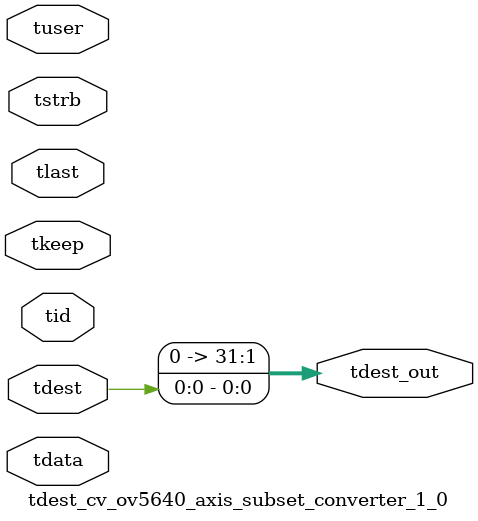
<source format=v>


`timescale 1ps/1ps

module tdest_cv_ov5640_axis_subset_converter_1_0 #
(
parameter C_S_AXIS_TDATA_WIDTH = 32,
parameter C_S_AXIS_TUSER_WIDTH = 0,
parameter C_S_AXIS_TID_WIDTH   = 0,
parameter C_S_AXIS_TDEST_WIDTH = 0,
parameter C_M_AXIS_TDEST_WIDTH = 32
)
(
input  [(C_S_AXIS_TDATA_WIDTH == 0 ? 1 : C_S_AXIS_TDATA_WIDTH)-1:0     ] tdata,
input  [(C_S_AXIS_TUSER_WIDTH == 0 ? 1 : C_S_AXIS_TUSER_WIDTH)-1:0     ] tuser,
input  [(C_S_AXIS_TID_WIDTH   == 0 ? 1 : C_S_AXIS_TID_WIDTH)-1:0       ] tid,
input  [(C_S_AXIS_TDEST_WIDTH == 0 ? 1 : C_S_AXIS_TDEST_WIDTH)-1:0     ] tdest,
input  [(C_S_AXIS_TDATA_WIDTH/8)-1:0 ] tkeep,
input  [(C_S_AXIS_TDATA_WIDTH/8)-1:0 ] tstrb,
input                                                                    tlast,
output [C_M_AXIS_TDEST_WIDTH-1:0] tdest_out
);

assign tdest_out = {tdest[0:0]};

endmodule


</source>
